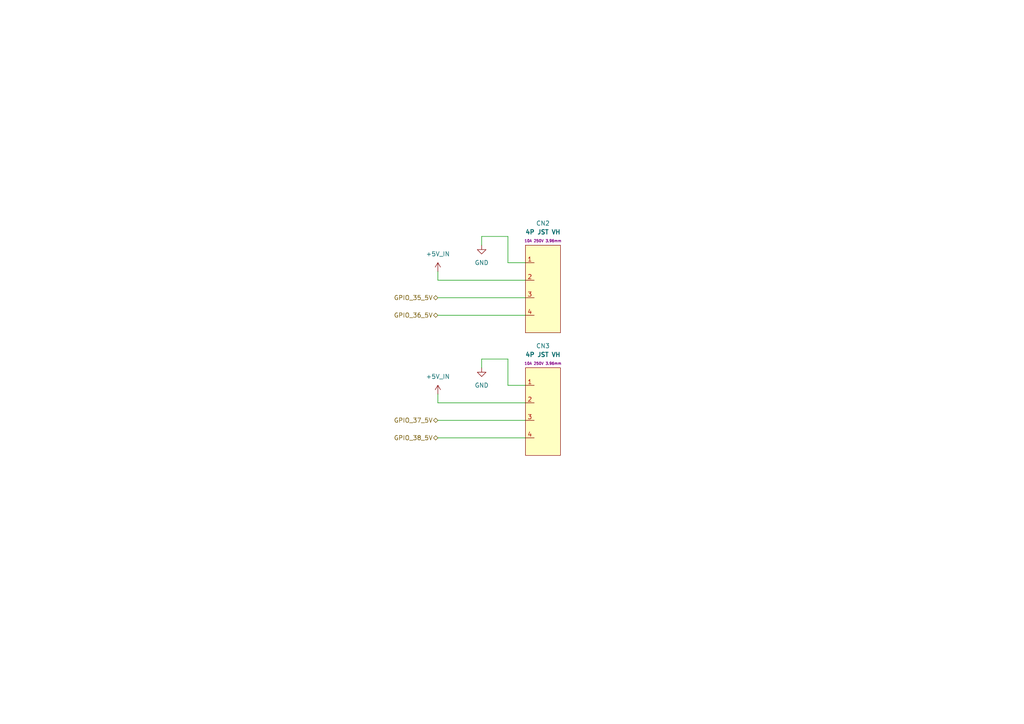
<source format=kicad_sch>
(kicad_sch (version 20231120) (generator "eeschema") (generator_version "8.0")
  (paper "A4")
  (lib_symbols
    (symbol "LiveAstra:+5V_IN" (power) (pin_numbers hide) (pin_names (offset 0) hide)
      (property "Value" "+5V_IN" (at 0 3.556 0))
      (symbol "+5V_IN_0_1"
        (polyline (pts (xy -0.762 1.27) (xy 0 2.54)))
        (polyline (pts (xy 0 0) (xy 0 2.54)))
        (polyline (pts (xy 0 2.54) (xy 0.762 1.27)))
      )
      (symbol "+5V_IN_1_1"
        (pin power_in line (at 0 0 90) (length 0) (name "~") (number "1"))
      )
    )
    (symbol "LiveAstra:JST_VH_4PIN_10A_250V" (pin_names hide)
      (property "Reference" "CN" (at 0 19.05 0))
      (property "Value" "4P JST VH" (at 0 16.51 0))
      (property "Extra Values" "10A 250V 3.96mm" (at 0 13.97 0))
      (symbol "JST_VH_4PIN_10A_250V_0_1"
        (rectangle (start -5.08 12.7) (end 5.08 -12.7) (fill (type background)))
      )
      (symbol "JST_VH_4PIN_10A_250V_1_1"
        (pin passive line (at -5.08 7.62 0) (length 2.54) (name "1") (number "1"))
        (pin passive line (at -5.08 2.54 0) (length 2.54) (name "2") (number "2"))
        (pin passive line (at -5.08 -2.54 0) (length 2.54) (name "3") (number "3"))
        (pin passive line (at -5.08 -7.62 0) (length 2.54) (name "4") (number "4"))
      )
    )
    (symbol "power:GND" (power) (pin_numbers hide) (pin_names (offset 0) hide)
      (property "Value" "GND" (at 0 -3.81 0))
      (symbol "GND_0_1"
        (polyline (pts (xy 0 0) (xy 0 -1.27) (xy 1.27 -1.27) (xy 0 -2.54) (xy -1.27 -1.27) (xy 0 -1.27)))
      )
      (symbol "GND_1_1"
        (pin power_in line (at 0 0 270) (length 0) (name "~") (number "1"))
      )
    )
  )
  (wire (pts (xy 127 81.28) (xy 152.4 81.28)))
  (wire (pts (xy 147.32 76.2) (xy 152.4 76.2)))
  (wire (pts (xy 127 78.74) (xy 127 81.28)))
  (wire (pts (xy 147.32 111.76) (xy 152.4 111.76)))
  (wire (pts (xy 139.7 104.14) (xy 139.7 106.68)))
  (wire (pts (xy 139.7 68.58) (xy 139.7 71.12)))
  (wire (pts (xy 127 114.3) (xy 127 116.84)))
  (wire (pts (xy 139.7 68.58) (xy 147.32 68.58)))
  (wire (pts (xy 139.7 104.14) (xy 147.32 104.14)))
  (wire (pts (xy 127 86.36) (xy 152.4 86.36)))
  (wire (pts (xy 127 91.44) (xy 152.4 91.44)))
  (wire (pts (xy 147.32 68.58) (xy 147.32 76.2)))
  (wire (pts (xy 127 116.84) (xy 152.4 116.84)))
  (wire (pts (xy 127 121.92) (xy 152.4 121.92)))
  (wire (pts (xy 127 127) (xy 152.4 127)))
  (wire (pts (xy 147.32 104.14) (xy 147.32 111.76)))
  (hierarchical_label "GPIO_36_5V" (shape bidirectional) (at 127 91.44 180))
  (hierarchical_label "GPIO_37_5V" (shape bidirectional) (at 127 121.92 180))
  (hierarchical_label "GPIO_38_5V" (shape bidirectional) (at 127 127 180))
  (hierarchical_label "GPIO_35_5V" (shape bidirectional) (at 127 86.36 180))
  (symbol (lib_id "power:GND") (at 139.7 71.12 0) (unit 1)
    (property "Reference" "#PWR052" (effects (hide yes)))
    (property "Value" "GND" (at 139.7 76.2 0))
    (property "Description" "Power symbol creates a global label with name \"GND\" , ground" (effects (hide yes)))
  )
  (symbol (lib_id "LiveAstra:+5V_IN") (at 127 114.3 0) (unit 1)
    (property "Reference" "#PWR051" (effects (hide yes)))
    (property "Value" "+5V_IN" (at 127 109.22 0))
    (property "Description" "Power symbol creates a global label with name \"+5V_IN\"" (effects (hide yes)))
  )
  (symbol (lib_id "LiveAstra:+5V_IN") (at 127 78.74 0) (unit 1)
    (property "Reference" "#PWR050" (effects (hide yes)))
    (property "Value" "+5V_IN" (at 127 73.66 0))
    (property "Description" "Power symbol creates a global label with name \"+5V_IN\"" (effects (hide yes)))
  )
  (symbol (lib_id "LiveAstra:JST_VH_4PIN_10A_250V") (at 157.48 83.82 0) (unit 1)
    (property "Reference" "CN2" (at 157.48 64.77 0))
    (property "Value" "4P JST VH" (at 157.48 67.31 0) (effects (font (bold yes))))
    (property "Footprint" "LiveAstra:JST_VH_B4P-VH-B_1x04_P3.96mm_Vertical" (effects (hide yes)))
    (property "Datasheet" "https://lcsc.com/product-detail/_JST_B4P-VH-LF-SN_B4P-VH-LF-SN_C160317.html" (effects (hide yes)))
    (property "Description" "VH CONNECTOR 3.96mm pitch/Disconnectable Crimp style connectors" (effects (hide yes)))
    (property "LCSC Part" "C160317" (effects (hide yes)))
    (property "Extra Values" "10A 250V 3.96mm" (at 157.48 69.85 0) (effects (font (size 0.762 0.762) (bold yes))))
  )
  (symbol (lib_id "LiveAstra:JST_VH_4PIN_10A_250V") (at 157.48 119.38 0) (unit 1)
    (property "Reference" "CN3" (at 157.48 100.33 0))
    (property "Value" "4P JST VH" (at 157.48 102.87 0) (effects (font (bold yes))))
    (property "Footprint" "LiveAstra:JST_VH_B4P-VH-B_1x04_P3.96mm_Vertical" (effects (hide yes)))
    (property "Datasheet" "https://lcsc.com/product-detail/_JST_B4P-VH-LF-SN_B4P-VH-LF-SN_C160317.html" (effects (hide yes)))
    (property "Description" "VH CONNECTOR 3.96mm pitch/Disconnectable Crimp style connectors" (effects (hide yes)))
    (property "LCSC Part" "C160317" (effects (hide yes)))
    (property "Extra Values" "10A 250V 3.96mm" (at 157.48 105.41 0) (effects (font (size 0.762 0.762) (bold yes))))
  )
  (symbol (lib_id "power:GND") (at 139.7 106.68 0) (unit 1)
    (property "Reference" "#PWR053" (effects (hide yes)))
    (property "Value" "GND" (at 139.7 111.76 0))
    (property "Description" "Power symbol creates a global label with name \"GND\" , ground" (effects (hide yes)))
  )
)
</source>
